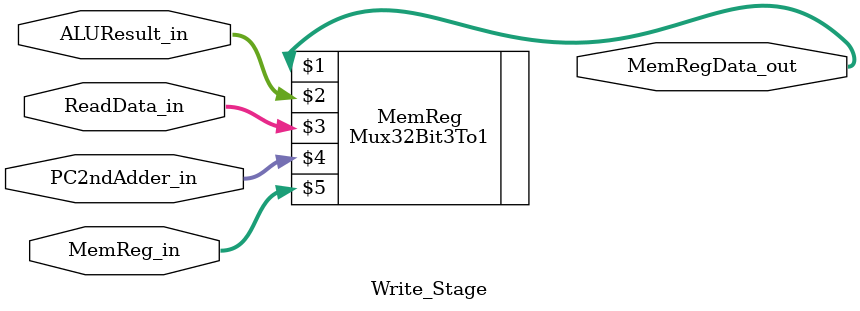
<source format=v>
`timescale 1ns / 1ps

module Write_Stage( MemReg_in, ReadData_in, PC2ndAdder_in, ALUResult_in, MemRegData_out);

input wire [1:0] MemReg_in; 
input wire [31:0] ReadData_in, PC2ndAdder_in, ALUResult_in;     
output wire [31:0] MemRegData_out;

Mux32Bit3To1 MemReg(MemRegData_out, ALUResult_in, ReadData_in, PC2ndAdder_in, MemReg_in);

endmodule
</source>
